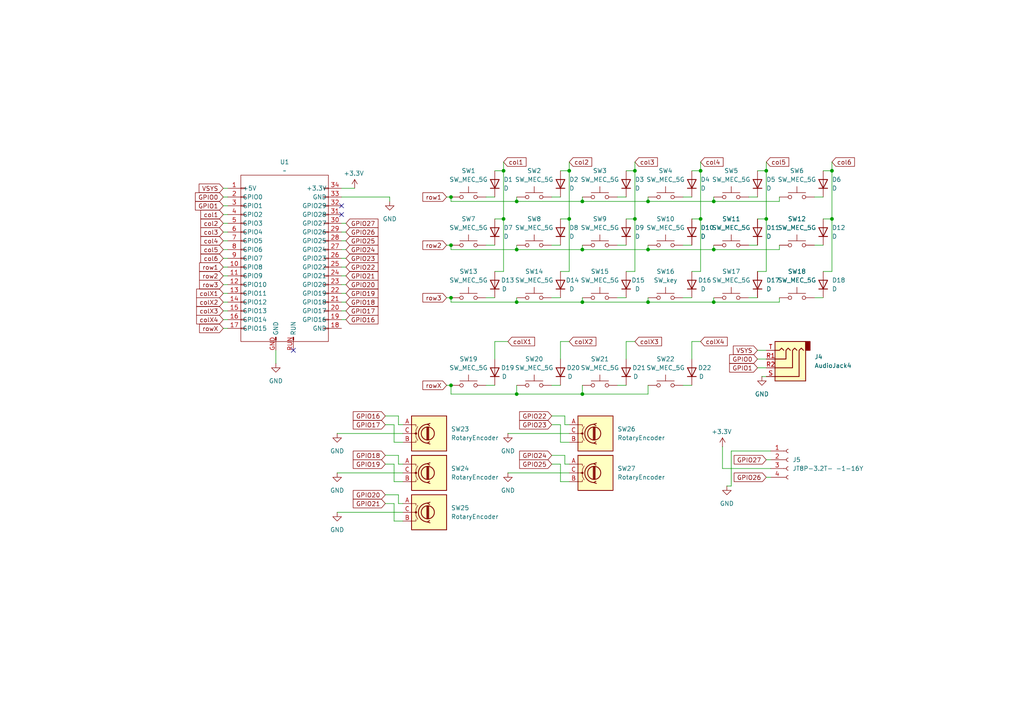
<source format=kicad_sch>
(kicad_sch (version 20250114) (generator "eeschema") (generator_version "9.0")
  (paper "A4")
  (title_block (title "Split Keyboard with RP2040 (Left)") (company "Watson9109") (comment 1 "Make sure R3 and R4 are close to RP2040") (comment 2 "Make sure C13 is close to pin 45 of RP2040") (comment 3 "uses 104048 in Akizuki as a Joystick "))
  (lib_symbols
    (symbol "ABLS-12.000MHZ-B4-T:AE-RP2040"
      (property "Reference" "U" (at 0 20.066 0))
      (symbol "AE-RP2040_1_1"
        (pin passive line (at -16.51 20.32 0) (length 3.81) (name "+5V") (number "1"))
        (pin passive line (at -16.51 17.78 0) (length 3.81) (name "GPIO0") (number "2"))
        (pin passive line (at -16.51 15.24 0) (length 3.81) (name "GPIO1") (number "3"))
        (pin passive line (at -16.51 12.7 0) (length 3.81) (name "GPIO2") (number "4"))
        (pin passive line (at -16.51 10.16 0) (length 3.81) (name "GPIO3") (number "5"))
        (pin passive line (at -16.51 7.62 0) (length 3.81) (name "GPIO4") (number "6"))
        (pin passive line (at -16.51 5.08 0) (length 3.81) (name "GPIO5") (number "7"))
        (pin passive line (at -16.51 2.54 0) (length 3.81) (name "GPIO6") (number "8"))
        (pin passive line (at -16.51 0 0) (length 3.81) (name "GPIO7") (number "9"))
        (pin passive line (at -16.51 -2.54 0) (length 3.81) (name "GPIO8") (number "10"))
        (pin passive line (at -16.51 -5.08 0) (length 3.81) (name "GPIO9") (number "11"))
        (pin passive line (at -16.51 -7.62 0) (length 3.81) (name "GPIO10") (number "12"))
        (pin passive line (at -16.51 -10.16 0) (length 3.81) (name "GPIO11") (number "13"))
        (pin passive line (at -16.51 -12.7 0) (length 3.81) (name "GPIO12") (number "14"))
        (pin passive line (at -16.51 -15.24 0) (length 3.81) (name "GPIO13") (number "15"))
        (pin passive line (at -16.51 -17.78 0) (length 3.81) (name "GPIO14") (number "16"))
        (pin passive line (at -16.51 -20.32 0) (length 3.81) (name "GPIO15") (number "17"))
        (pin passive line (at -2.54 -26.67 90) (length 3.81) (name "GND") (number "GND"))
        (pin passive line (at 2.54 -26.67 90) (length 3.81) (name "RUN") (number "RUN"))
        (pin passive line (at 16.51 20.32 180) (length 3.81) (name "+3.3V") (number "34"))
        (pin passive line (at 16.51 17.78 180) (length 3.81) (name "GND") (number "33"))
        (pin passive line (at 16.51 15.24 180) (length 3.81) (name "GPIO29") (number "32"))
        (pin passive line (at 16.51 12.7 180) (length 3.81) (name "GPIO28") (number "31"))
        (pin passive line (at 16.51 10.16 180) (length 3.81) (name "GPIO27") (number "30"))
        (pin passive line (at 16.51 7.62 180) (length 3.81) (name "GPIO26") (number "29"))
        (pin passive line (at 16.51 5.08 180) (length 3.81) (name "GPIO25") (number "28"))
        (pin passive line (at 16.51 2.54 180) (length 3.81) (name "GPIO24") (number "27"))
        (pin passive line (at 16.51 0 180) (length 3.81) (name "GPIO23") (number "26"))
        (pin passive line (at 16.51 -2.54 180) (length 3.81) (name "GPIO22") (number "25"))
        (pin passive line (at 16.51 -5.08 180) (length 3.81) (name "GPIO21") (number "24"))
        (pin passive line (at 16.51 -7.62 180) (length 3.81) (name "GPIO20") (number "23"))
        (pin passive line (at 16.51 -10.16 180) (length 3.81) (name "GPIO19") (number "22"))
        (pin passive line (at 16.51 -12.7 180) (length 3.81) (name "GPIO18") (number "21"))
        (pin passive line (at 16.51 -15.24 180) (length 3.81) (name "GPIO17") (number "20"))
        (pin passive line (at 16.51 -17.78 180) (length 3.81) (name "GPIO16") (number "19"))
        (pin passive line (at 16.51 -20.32 180) (length 3.81) (name "GND") (number "18"))
      )
    )
    (symbol "Connector:Conn_01x04_Socket" (pin_names (offset 1.016) (hide yes))
      (property "Reference" "J" (at 0 5.08 0))
      (property "Value" "Conn_01x04_Socket" (at 0 -7.62 0))
      (symbol "Conn_01x04_Socket_1_1"
        (pin passive line (at -5.08 2.54 0) (length 3.81) (name "Pin_1") (number "1"))
        (pin passive line (at -5.08 0 0) (length 3.81) (name "Pin_2") (number "2"))
        (pin passive line (at -5.08 -2.54 0) (length 3.81) (name "Pin_3") (number "3"))
        (pin passive line (at -5.08 -5.08 0) (length 3.81) (name "Pin_4") (number "4"))
      )
    )
    (symbol "Connector_Audio:AudioJack4"
      (property "Reference" "J" (at 0 8.89 0))
      (property "Value" "AudioJack4" (at 0 6.35 0))
      (symbol "AudioJack4_1_1"
        (pin passive line (at 5.08 2.54 180) (length 2.54) (name "~") (number "S"))
        (pin passive line (at 5.08 0 180) (length 2.54) (name "~") (number "R2"))
        (pin passive line (at 5.08 -2.54 180) (length 2.54) (name "~") (number "R1"))
        (pin passive line (at 5.08 -5.08 180) (length 2.54) (name "~") (number "T"))
      )
    )
    (symbol "Device:D" (pin_numbers (hide yes)) (pin_names (offset 1.016) (hide yes))
      (property "Reference" "D" (at 0 2.54 0))
      (property "Value" "D" (at 0 -2.54 0))
      (symbol "D_1_1"
        (pin passive line (at -3.81 0 0) (length 2.54) (name "K") (number "1"))
        (pin passive line (at 3.81 0 180) (length 2.54) (name "A") (number "2"))
      )
    )
    (symbol "Device:RotaryEncoder" (pin_names (offset 0.254) (hide yes))
      (property "Reference" "SW" (at 0 6.604 0))
      (property "Value" "RotaryEncoder" (at 0 -6.604 0))
      (symbol "RotaryEncoder_1_1"
        (pin passive line (at -7.62 2.54 0) (length 2.54) (name "A") (number "A"))
        (pin passive line (at -7.62 0 0) (length 2.54) (name "C") (number "C"))
        (pin passive line (at -7.62 -2.54 0) (length 2.54) (name "B") (number "B"))
      )
    )
    (symbol "SW_MEC_5G_1" (pin_numbers (hide yes)) (pin_names (offset 1.016) (hide yes))
      (property "Reference" "SW16" (at 0 7.62 0))
      (property "Value" "SW_MEC_5G" (at 0 5.08 0))
      (symbol "SW_MEC_5G_1_0_1"
        (pin passive line (at -5.08 0 0) (length 2.54) (name "A") (number "1"))
        (pin passive line (at 5.08 0 180) (length 2.54) (name "B") (number "2"))
      )
    )
    (symbol "power:+3.3V" (power) (pin_numbers (hide yes)) (pin_names (offset 0) (hide yes))
      (property "Value" "+3.3V" (at 0 3.556 0))
      (symbol "+3.3V_1_1"
        (pin power_in line (at 0 0 90) (length 0) (name "~") (number "1"))
      )
    )
    (symbol "power:GND" (power) (pin_numbers (hide yes)) (pin_names (offset 0) (hide yes))
      (property "Value" "GND" (at 0 -3.81 0))
      (symbol "GND_1_1"
        (pin power_in line (at 0 0 270) (length 0) (name "~") (number "1"))
      )
    )
    (symbol "sw_key:SW_MEC_5G_1" (pin_numbers (hide yes)) (pin_names (offset 1.016) (hide yes))
      (property "Reference" "SW16" (at 0 7.62 0))
      (property "Value" "SW_key" (at 0 5.08 0))
      (symbol "SW_MEC_5G_1_0_1"
        (pin passive line (at -5.08 0 0) (length 2.54) (name "A") (number "1"))
        (pin passive line (at 5.08 0 180) (length 2.54) (name "B") (number "2"))
      )
    )
  )
  (junction (at 149.86 114.3))
  (junction (at 184.15 49.53))
  (junction (at 184.15 63.5))
  (junction (at 222.25 49.53))
  (junction (at 146.05 63.5))
  (junction (at 241.3 49.53))
  (junction (at 168.91 72.39))
  (junction (at 149.86 58.42))
  (junction (at 130.81 57.15))
  (junction (at 130.81 86.36))
  (junction (at 168.91 58.42))
  (junction (at 222.25 63.5))
  (junction (at 168.91 114.3))
  (junction (at 187.96 87.63))
  (junction (at 241.3 63.5))
  (junction (at 207.01 72.39))
  (junction (at 203.2 63.5))
  (junction (at 168.91 87.63))
  (junction (at 187.96 72.39))
  (junction (at 149.86 87.63))
  (junction (at 187.96 58.42))
  (junction (at 203.2 49.53))
  (junction (at 207.01 87.63))
  (junction (at 165.1 49.53))
  (junction (at 130.81 71.12))
  (junction (at 146.05 49.53))
  (junction (at 130.81 111.76))
  (junction (at 207.01 58.42))
  (junction (at 165.1 63.5))
  (junction (at 149.86 72.39))
  (no_connect (at 99.06 59.69))
  (no_connect (at 99.06 62.23))
  (no_connect (at 85.09 101.6))
  (wire (pts (xy 140.97 111.76) (xy 143.51 111.76)))
  (wire (pts (xy 187.96 58.42) (xy 187.96 57.15)))
  (wire (pts (xy 184.15 46.99) (xy 184.15 49.53)))
  (wire (pts (xy 212.09 130.81) (xy 212.09 140.97)))
  (wire (pts (xy 198.12 86.36) (xy 200.66 86.36)))
  (wire (pts (xy 114.3 151.13) (xy 116.84 151.13)))
  (wire (pts (xy 64.77 95.25) (xy 66.04 95.25)))
  (wire (pts (xy 187.96 71.12) (xy 187.96 72.39)))
  (wire (pts (xy 238.76 78.74) (xy 241.3 78.74)))
  (wire (pts (xy 149.86 72.39) (xy 168.91 72.39)))
  (wire (pts (xy 114.3 146.05) (xy 114.3 151.13)))
  (wire (pts (xy 146.05 49.53) (xy 146.05 63.5)))
  (wire (pts (xy 165.1 78.74) (xy 165.1 63.5)))
  (wire (pts (xy 168.91 114.3) (xy 149.86 114.3)))
  (wire (pts (xy 115.57 146.05) (xy 115.57 143.51)))
  (wire (pts (xy 129.54 57.15) (xy 130.81 57.15)))
  (wire (pts (xy 217.17 71.12) (xy 219.71 71.12)))
  (wire (pts (xy 160.02 134.62) (xy 162.56 134.62)))
  (wire (pts (xy 162.56 134.62) (xy 162.56 139.7)))
  (wire (pts (xy 241.3 49.53) (xy 238.76 49.53)))
  (wire (pts (xy 99.06 64.77) (xy 100.33 64.77)))
  (wire (pts (xy 203.2 78.74) (xy 203.2 63.5)))
  (wire (pts (xy 97.79 125.73) (xy 116.84 125.73)))
  (wire (pts (xy 149.86 86.36) (xy 149.86 87.63)))
  (wire (pts (xy 179.07 86.36) (xy 181.61 86.36)))
  (wire (pts (xy 187.96 87.63) (xy 187.96 86.36)))
  (wire (pts (xy 64.77 62.23) (xy 66.04 62.23)))
  (wire (pts (xy 115.57 134.62) (xy 115.57 132.08)))
  (wire (pts (xy 163.83 134.62) (xy 163.83 132.08)))
  (wire (pts (xy 222.25 49.53) (xy 219.71 49.53)))
  (wire (pts (xy 163.83 120.65) (xy 160.02 120.65)))
  (wire (pts (xy 64.77 92.71) (xy 66.04 92.71)))
  (wire (pts (xy 111.76 134.62) (xy 114.3 134.62)))
  (wire (pts (xy 223.52 130.81) (xy 212.09 130.81)))
  (wire (pts (xy 130.81 58.42) (xy 149.86 58.42)))
  (wire (pts (xy 217.17 57.15) (xy 219.71 57.15)))
  (wire (pts (xy 236.22 71.12) (xy 238.76 71.12)))
  (wire (pts (xy 149.86 114.3) (xy 130.81 114.3)))
  (wire (pts (xy 207.01 58.42) (xy 207.01 57.15)))
  (wire (pts (xy 160.02 57.15) (xy 162.56 57.15)))
  (wire (pts (xy 163.83 123.19) (xy 163.83 120.65)))
  (wire (pts (xy 149.86 71.12) (xy 149.86 72.39)))
  (wire (pts (xy 149.86 57.15) (xy 149.86 58.42)))
  (wire (pts (xy 115.57 132.08) (xy 111.76 132.08)))
  (wire (pts (xy 187.96 114.3) (xy 168.91 114.3)))
  (wire (pts (xy 219.71 101.6) (xy 222.25 101.6)))
  (wire (pts (xy 219.71 78.74) (xy 222.25 78.74)))
  (wire (pts (xy 162.56 99.06) (xy 165.1 99.06)))
  (wire (pts (xy 184.15 78.74) (xy 181.61 78.74)))
  (wire (pts (xy 187.96 58.42) (xy 207.01 58.42)))
  (wire (pts (xy 226.06 86.36) (xy 226.06 87.63)))
  (wire (pts (xy 181.61 104.14) (xy 181.61 99.06)))
  (wire (pts (xy 165.1 134.62) (xy 163.83 134.62)))
  (wire (pts (xy 99.06 72.39) (xy 100.33 72.39)))
  (wire (pts (xy 165.1 49.53) (xy 162.56 49.53)))
  (wire (pts (xy 203.2 49.53) (xy 200.66 49.53)))
  (wire (pts (xy 162.56 63.5) (xy 165.1 63.5)))
  (wire (pts (xy 179.07 71.12) (xy 181.61 71.12)))
  (wire (pts (xy 64.77 64.77) (xy 66.04 64.77)))
  (wire (pts (xy 168.91 86.36) (xy 168.91 87.63)))
  (wire (pts (xy 129.54 111.76) (xy 130.81 111.76)))
  (wire (pts (xy 99.06 87.63) (xy 100.33 87.63)))
  (wire (pts (xy 198.12 71.12) (xy 200.66 71.12)))
  (wire (pts (xy 200.66 104.14) (xy 200.66 99.06)))
  (wire (pts (xy 162.56 123.19) (xy 162.56 128.27)))
  (wire (pts (xy 165.1 46.99) (xy 165.1 49.53)))
  (wire (pts (xy 160.02 86.36) (xy 162.56 86.36)))
  (wire (pts (xy 99.06 77.47) (xy 100.33 77.47)))
  (wire (pts (xy 130.81 114.3) (xy 130.81 111.76)))
  (wire (pts (xy 97.79 137.16) (xy 116.84 137.16)))
  (wire (pts (xy 219.71 106.68) (xy 222.25 106.68)))
  (wire (pts (xy 99.06 90.17) (xy 100.33 90.17)))
  (wire (pts (xy 114.3 134.62) (xy 114.3 139.7)))
  (wire (pts (xy 99.06 82.55) (xy 100.33 82.55)))
  (wire (pts (xy 143.51 49.53) (xy 146.05 49.53)))
  (wire (pts (xy 168.91 57.15) (xy 168.91 58.42)))
  (wire (pts (xy 187.96 111.76) (xy 187.96 114.3)))
  (wire (pts (xy 64.77 85.09) (xy 66.04 85.09)))
  (wire (pts (xy 147.32 99.06) (xy 143.51 99.06)))
  (wire (pts (xy 64.77 69.85) (xy 66.04 69.85)))
  (wire (pts (xy 143.51 63.5) (xy 146.05 63.5)))
  (wire (pts (xy 222.25 133.35) (xy 223.52 133.35)))
  (wire (pts (xy 64.77 77.47) (xy 66.04 77.47)))
  (wire (pts (xy 116.84 123.19) (xy 115.57 123.19)))
  (wire (pts (xy 143.51 99.06) (xy 143.51 104.14)))
  (wire (pts (xy 149.86 111.76) (xy 149.86 114.3)))
  (wire (pts (xy 64.77 57.15) (xy 66.04 57.15)))
  (wire (pts (xy 219.71 104.14) (xy 222.25 104.14)))
  (wire (pts (xy 115.57 143.51) (xy 111.76 143.51)))
  (wire (pts (xy 64.77 54.61) (xy 66.04 54.61)))
  (wire (pts (xy 129.54 71.12) (xy 130.81 71.12)))
  (wire (pts (xy 212.09 140.97) (xy 210.82 140.97)))
  (wire (pts (xy 99.06 74.93) (xy 100.33 74.93)))
  (wire (pts (xy 200.66 99.06) (xy 203.2 99.06)))
  (wire (pts (xy 99.06 69.85) (xy 100.33 69.85)))
  (wire (pts (xy 226.06 72.39) (xy 207.01 72.39)))
  (wire (pts (xy 241.3 63.5) (xy 241.3 49.53)))
  (wire (pts (xy 222.25 138.43) (xy 223.52 138.43)))
  (wire (pts (xy 168.91 71.12) (xy 168.91 72.39)))
  (wire (pts (xy 114.3 128.27) (xy 116.84 128.27)))
  (wire (pts (xy 99.06 54.61) (xy 102.87 54.61)))
  (wire (pts (xy 130.81 87.63) (xy 149.86 87.63)))
  (wire (pts (xy 163.83 132.08) (xy 160.02 132.08)))
  (wire (pts (xy 241.3 46.99) (xy 241.3 49.53)))
  (wire (pts (xy 64.77 82.55) (xy 66.04 82.55)))
  (wire (pts (xy 80.01 101.6) (xy 80.01 105.41)))
  (wire (pts (xy 111.76 146.05) (xy 114.3 146.05)))
  (wire (pts (xy 99.06 92.71) (xy 100.33 92.71)))
  (wire (pts (xy 198.12 57.15) (xy 200.66 57.15)))
  (wire (pts (xy 114.3 139.7) (xy 116.84 139.7)))
  (wire (pts (xy 184.15 49.53) (xy 184.15 63.5)))
  (wire (pts (xy 226.06 87.63) (xy 207.01 87.63)))
  (wire (pts (xy 207.01 58.42) (xy 226.06 58.42)))
  (wire (pts (xy 203.2 46.99) (xy 203.2 49.53)))
  (wire (pts (xy 99.06 80.01) (xy 100.33 80.01)))
  (wire (pts (xy 64.77 74.93) (xy 66.04 74.93)))
  (wire (pts (xy 140.97 86.36) (xy 143.51 86.36)))
  (wire (pts (xy 207.01 71.12) (xy 207.01 72.39)))
  (wire (pts (xy 130.81 72.39) (xy 130.81 71.12)))
  (wire (pts (xy 187.96 72.39) (xy 207.01 72.39)))
  (wire (pts (xy 200.66 63.5) (xy 203.2 63.5)))
  (wire (pts (xy 160.02 71.12) (xy 162.56 71.12)))
  (wire (pts (xy 217.17 86.36) (xy 219.71 86.36)))
  (wire (pts (xy 64.77 87.63) (xy 66.04 87.63)))
  (wire (pts (xy 162.56 78.74) (xy 165.1 78.74)))
  (wire (pts (xy 140.97 71.12) (xy 143.51 71.12)))
  (wire (pts (xy 184.15 63.5) (xy 184.15 78.74)))
  (wire (pts (xy 129.54 86.36) (xy 130.81 86.36)))
  (wire (pts (xy 241.3 78.74) (xy 241.3 63.5)))
  (wire (pts (xy 114.3 123.19) (xy 114.3 128.27)))
  (wire (pts (xy 130.81 57.15) (xy 130.81 58.42)))
  (wire (pts (xy 115.57 120.65) (xy 111.76 120.65)))
  (wire (pts (xy 200.66 78.74) (xy 203.2 78.74)))
  (wire (pts (xy 222.25 63.5) (xy 222.25 49.53)))
  (wire (pts (xy 207.01 87.63) (xy 207.01 86.36)))
  (wire (pts (xy 64.77 67.31) (xy 66.04 67.31)))
  (wire (pts (xy 181.61 63.5) (xy 184.15 63.5)))
  (wire (pts (xy 160.02 123.19) (xy 162.56 123.19)))
  (wire (pts (xy 64.77 80.01) (xy 66.04 80.01)))
  (wire (pts (xy 160.02 111.76) (xy 162.56 111.76)))
  (wire (pts (xy 113.03 57.15) (xy 113.03 58.42)))
  (wire (pts (xy 116.84 134.62) (xy 115.57 134.62)))
  (wire (pts (xy 116.84 146.05) (xy 115.57 146.05)))
  (wire (pts (xy 97.79 148.59) (xy 116.84 148.59)))
  (wire (pts (xy 179.07 111.76) (xy 181.61 111.76)))
  (wire (pts (xy 168.91 72.39) (xy 187.96 72.39)))
  (wire (pts (xy 179.07 57.15) (xy 181.61 57.15)))
  (wire (pts (xy 226.06 71.12) (xy 226.06 72.39)))
  (wire (pts (xy 222.25 78.74) (xy 222.25 63.5)))
  (wire (pts (xy 149.86 58.42) (xy 168.91 58.42)))
  (wire (pts (xy 220.98 109.22) (xy 222.25 109.22)))
  (wire (pts (xy 99.06 85.09) (xy 100.33 85.09)))
  (wire (pts (xy 162.56 128.27) (xy 165.1 128.27)))
  (wire (pts (xy 162.56 104.14) (xy 162.56 99.06)))
  (wire (pts (xy 64.77 90.17) (xy 66.04 90.17)))
  (wire (pts (xy 111.76 123.19) (xy 114.3 123.19)))
  (wire (pts (xy 168.91 87.63) (xy 187.96 87.63)))
  (wire (pts (xy 226.06 57.15) (xy 226.06 58.42)))
  (wire (pts (xy 209.55 129.54) (xy 209.55 135.89)))
  (wire (pts (xy 165.1 123.19) (xy 163.83 123.19)))
  (wire (pts (xy 115.57 123.19) (xy 115.57 120.65)))
  (wire (pts (xy 149.86 72.39) (xy 130.81 72.39)))
  (wire (pts (xy 181.61 49.53) (xy 184.15 49.53)))
  (wire (pts (xy 64.77 72.39) (xy 66.04 72.39)))
  (wire (pts (xy 219.71 63.5) (xy 222.25 63.5)))
  (wire (pts (xy 146.05 78.74) (xy 146.05 63.5)))
  (wire (pts (xy 209.55 135.89) (xy 223.52 135.89)))
  (wire (pts (xy 236.22 86.36) (xy 238.76 86.36)))
  (wire (pts (xy 198.12 111.76) (xy 200.66 111.76)))
  (wire (pts (xy 99.06 57.15) (xy 113.03 57.15)))
  (wire (pts (xy 146.05 46.99) (xy 146.05 49.53)))
  (wire (pts (xy 187.96 87.63) (xy 207.01 87.63)))
  (wire (pts (xy 168.91 58.42) (xy 187.96 58.42)))
  (wire (pts (xy 147.32 137.16) (xy 165.1 137.16)))
  (wire (pts (xy 149.86 87.63) (xy 168.91 87.63)))
  (wire (pts (xy 168.91 111.76) (xy 168.91 114.3)))
  (wire (pts (xy 130.81 86.36) (xy 130.81 87.63)))
  (wire (pts (xy 147.32 125.73) (xy 165.1 125.73)))
  (wire (pts (xy 238.76 63.5) (xy 241.3 63.5)))
  (wire (pts (xy 143.51 78.74) (xy 146.05 78.74)))
  (wire (pts (xy 64.77 59.69) (xy 66.04 59.69)))
  (wire (pts (xy 181.61 99.06) (xy 184.15 99.06)))
  (wire (pts (xy 236.22 57.15) (xy 238.76 57.15)))
  (wire (pts (xy 165.1 63.5) (xy 165.1 49.53)))
  (wire (pts (xy 99.06 67.31) (xy 100.33 67.31)))
  (wire (pts (xy 162.56 139.7) (xy 165.1 139.7)))
  (wire (pts (xy 140.97 57.15) (xy 143.51 57.15)))
  (wire (pts (xy 203.2 63.5) (xy 203.2 49.53)))
  (wire (pts (xy 222.25 46.99) (xy 222.25 49.53)))
  (global_label "GPIO16" (shape input) (at 100.33 92.71 0) (property "Intersheetrefs" "${INTERSHEET_REFS}" (effects (hide yes))))
  (global_label "GPIO21" (shape input) (at 100.33 80.01 0) (property "Intersheetrefs" "${INTERSHEET_REFS}" (effects (hide yes))))
  (global_label "row1" (shape input) (at 64.77 77.47 180) (property "Intersheetrefs" "${INTERSHEET_REFS}" (effects (hide yes))))
  (global_label "GPIO20" (shape input) (at 100.33 82.55 0) (property "Intersheetrefs" "${INTERSHEET_REFS}" (effects (hide yes))))
  (global_label "row1" (shape input) (at 129.54 57.15 180) (property "Intersheetrefs" "${INTERSHEET_REFS}" (effects (hide yes))))
  (global_label "colX3" (shape input) (at 184.15 99.06 0) (property "Intersheetrefs" "${INTERSHEET_REFS}" (effects (hide yes))))
  (global_label "colX2" (shape input) (at 64.77 87.63 180) (property "Intersheetrefs" "${INTERSHEET_REFS}" (effects (hide yes))))
  (global_label "GPIO0" (shape input) (at 64.77 57.15 180) (property "Intersheetrefs" "${INTERSHEET_REFS}" (effects (hide yes))))
  (global_label "col4" (shape input) (at 64.77 69.85 180) (property "Intersheetrefs" "${INTERSHEET_REFS}" (effects (hide yes))))
  (global_label "col1" (shape input) (at 146.05 46.99 0) (property "Intersheetrefs" "${INTERSHEET_REFS}" (effects (hide yes))))
  (global_label "GPIO26" (shape input) (at 222.25 138.43 180) (property "Intersheetrefs" "${INTERSHEET_REFS}" (effects (hide yes))))
  (global_label "VSYS" (shape input) (at 219.71 101.6 180) (property "Intersheetrefs" "${INTERSHEET_REFS}" (effects (hide yes))))
  (global_label "GPIO23" (shape input) (at 160.02 123.19 180) (property "Intersheetrefs" "${INTERSHEET_REFS}" (effects (hide yes))))
  (global_label "colX1" (shape input) (at 147.32 99.06 0) (property "Intersheetrefs" "${INTERSHEET_REFS}" (effects (hide yes))))
  (global_label "col2" (shape input) (at 165.1 46.99 0) (property "Intersheetrefs" "${INTERSHEET_REFS}" (effects (hide yes))))
  (global_label "GPIO27" (shape input) (at 100.33 64.77 0) (property "Intersheetrefs" "${INTERSHEET_REFS}" (effects (hide yes))))
  (global_label "GPIO18" (shape input) (at 100.33 87.63 0) (property "Intersheetrefs" "${INTERSHEET_REFS}" (effects (hide yes))))
  (global_label "col3" (shape input) (at 64.77 67.31 180) (property "Intersheetrefs" "${INTERSHEET_REFS}" (effects (hide yes))))
  (global_label "GPIO24" (shape input) (at 100.33 72.39 0) (property "Intersheetrefs" "${INTERSHEET_REFS}" (effects (hide yes))))
  (global_label "col5" (shape input) (at 222.25 46.99 0) (property "Intersheetrefs" "${INTERSHEET_REFS}" (effects (hide yes))))
  (global_label "GPIO17" (shape input) (at 111.76 123.19 180) (property "Intersheetrefs" "${INTERSHEET_REFS}" (effects (hide yes))))
  (global_label "GPIO25" (shape input) (at 100.33 69.85 0) (property "Intersheetrefs" "${INTERSHEET_REFS}" (effects (hide yes))))
  (global_label "GPIO0" (shape input) (at 219.71 104.14 180) (property "Intersheetrefs" "${INTERSHEET_REFS}" (effects (hide yes))))
  (global_label "GPIO17" (shape input) (at 100.33 90.17 0) (property "Intersheetrefs" "${INTERSHEET_REFS}" (effects (hide yes))))
  (global_label "GPIO22" (shape input) (at 160.02 120.65 180) (property "Intersheetrefs" "${INTERSHEET_REFS}" (effects (hide yes))))
  (global_label "rowX" (shape input) (at 129.54 111.76 180) (property "Intersheetrefs" "${INTERSHEET_REFS}" (effects (hide yes))))
  (global_label "GPIO26" (shape input) (at 100.33 67.31 0) (property "Intersheetrefs" "${INTERSHEET_REFS}" (effects (hide yes))))
  (global_label "GPIO19" (shape input) (at 111.76 134.62 180) (property "Intersheetrefs" "${INTERSHEET_REFS}" (effects (hide yes))))
  (global_label "GPIO25" (shape input) (at 160.02 134.62 180) (property "Intersheetrefs" "${INTERSHEET_REFS}" (effects (hide yes))))
  (global_label "row2" (shape input) (at 129.54 71.12 180) (property "Intersheetrefs" "${INTERSHEET_REFS}" (effects (hide yes))))
  (global_label "col6" (shape input) (at 241.3 46.99 0) (property "Intersheetrefs" "${INTERSHEET_REFS}" (effects (hide yes))))
  (global_label "colX4" (shape input) (at 64.77 92.71 180) (property "Intersheetrefs" "${INTERSHEET_REFS}" (effects (hide yes))))
  (global_label "GPIO20" (shape input) (at 111.76 143.51 180) (property "Intersheetrefs" "${INTERSHEET_REFS}" (effects (hide yes))))
  (global_label "VSYS" (shape input) (at 64.77 54.61 180) (property "Intersheetrefs" "${INTERSHEET_REFS}" (effects (hide yes))))
  (global_label "col4" (shape input) (at 203.2 46.99 0) (property "Intersheetrefs" "${INTERSHEET_REFS}" (effects (hide yes))))
  (global_label "col2" (shape input) (at 64.77 64.77 180) (property "Intersheetrefs" "${INTERSHEET_REFS}" (effects (hide yes))))
  (global_label "colX2" (shape input) (at 165.1 99.06 0) (property "Intersheetrefs" "${INTERSHEET_REFS}" (effects (hide yes))))
  (global_label "col3" (shape input) (at 184.15 46.99 0) (property "Intersheetrefs" "${INTERSHEET_REFS}" (effects (hide yes))))
  (global_label "GPIO1" (shape input) (at 64.77 59.69 180) (property "Intersheetrefs" "${INTERSHEET_REFS}" (effects (hide yes))))
  (global_label "col5" (shape input) (at 64.77 72.39 180) (property "Intersheetrefs" "${INTERSHEET_REFS}" (effects (hide yes))))
  (global_label "colX4" (shape input) (at 203.2 99.06 0) (property "Intersheetrefs" "${INTERSHEET_REFS}" (effects (hide yes))))
  (global_label "col6" (shape input) (at 64.77 74.93 180) (property "Intersheetrefs" "${INTERSHEET_REFS}" (effects (hide yes))))
  (global_label "row3" (shape input) (at 129.54 86.36 180) (property "Intersheetrefs" "${INTERSHEET_REFS}" (effects (hide yes))))
  (global_label "GPIO18" (shape input) (at 111.76 132.08 180) (property "Intersheetrefs" "${INTERSHEET_REFS}" (effects (hide yes))))
  (global_label "row2" (shape input) (at 64.77 80.01 180) (property "Intersheetrefs" "${INTERSHEET_REFS}" (effects (hide yes))))
  (global_label "colX1" (shape input) (at 64.77 85.09 180) (property "Intersheetrefs" "${INTERSHEET_REFS}" (effects (hide yes))))
  (global_label "GPIO27" (shape input) (at 222.25 133.35 180) (property "Intersheetrefs" "${INTERSHEET_REFS}" (effects (hide yes))))
  (global_label "colX3" (shape input) (at 64.77 90.17 180) (property "Intersheetrefs" "${INTERSHEET_REFS}" (effects (hide yes))))
  (global_label "GPIO16" (shape input) (at 111.76 120.65 180) (property "Intersheetrefs" "${INTERSHEET_REFS}" (effects (hide yes))))
  (global_label "rowX" (shape input) (at 64.77 95.25 180) (property "Intersheetrefs" "${INTERSHEET_REFS}" (effects (hide yes))))
  (global_label "GPIO23" (shape input) (at 100.33 74.93 0) (property "Intersheetrefs" "${INTERSHEET_REFS}" (effects (hide yes))))
  (global_label "GPIO19" (shape input) (at 100.33 85.09 0) (property "Intersheetrefs" "${INTERSHEET_REFS}" (effects (hide yes))))
  (global_label "GPIO22" (shape input) (at 100.33 77.47 0) (property "Intersheetrefs" "${INTERSHEET_REFS}" (effects (hide yes))))
  (global_label "col1" (shape input) (at 64.77 62.23 180) (property "Intersheetrefs" "${INTERSHEET_REFS}" (effects (hide yes))))
  (global_label "GPIO1" (shape input) (at 219.71 106.68 180) (property "Intersheetrefs" "${INTERSHEET_REFS}" (effects (hide yes))))
  (global_label "GPIO24" (shape input) (at 160.02 132.08 180) (property "Intersheetrefs" "${INTERSHEET_REFS}" (effects (hide yes))))
  (global_label "GPIO21" (shape input) (at 111.76 146.05 180) (property "Intersheetrefs" "${INTERSHEET_REFS}" (effects (hide yes))))
  (global_label "row3" (shape input) (at 64.77 82.55 180) (property "Intersheetrefs" "${INTERSHEET_REFS}" (effects (hide yes))))
  (symbol (lib_id "Device:D") (at 200.66 67.31 90) (unit 1)
    (property "Reference" "D10" (at 203.2 66.0399 90) (effects (justify right)))
    (property "Value" "D" (at 203.2 68.5799 90) (effects (justify right)))
    (property "Footprint" "Diode_THT:D_DO-35_SOD27_P7.62mm_Horizontal" (effects (hide yes)))
    (property "Description" "Diode" (effects (hide yes)))
    (property "Sim.Device" "D" (effects (hide yes)))
    (property "Sim.Pins" "1=K 2=A" (effects (hide yes)))
  )
  (symbol (lib_id "Connector_Audio:AudioJack4") (at 227.33 106.68 180) (unit 1)
    (property "Reference" "J4" (at 236.22 103.5049 0) (effects (justify right)))
    (property "Value" "AudioJack4" (at 236.22 106.0449 0) (effects (justify right)))
    (property "Footprint" "footprint:MJ-4PP-9" (effects (hide yes)))
    (property "Description" "Audio Jack, 4 Poles (TRRS)" (effects (hide yes)))
  )
  (symbol (lib_id "Device:D") (at 200.66 107.95 90) (unit 1)
    (property "Reference" "D22" (at 202.438 106.68 90) (effects (justify right)))
    (property "Value" "D" (at 202.692 109.22 90) (effects (justify right)))
    (property "Footprint" "Diode_THT:D_DO-35_SOD27_P7.62mm_Horizontal" (effects (hide yes)))
    (property "Description" "Diode" (effects (hide yes)))
    (property "Sim.Device" "D" (effects (hide yes)))
    (property "Sim.Pins" "1=K 2=A" (effects (hide yes)))
  )
  (symbol (lib_id "power:GND") (at 210.82 140.97 0) (unit 1)
    (property "Reference" "#PWR025" (effects (hide yes)))
    (property "Value" "GND" (at 210.82 146.05 0))
    (property "Description" "Power symbol creates a global label with name \"GND\" , ground" (effects (hide yes)))
  )
  (symbol (lib_id "Device:RotaryEncoder") (at 124.46 137.16 0) (unit 1)
    (property "Reference" "SW24" (at 130.81 135.8899 0) (effects (justify left)))
    (property "Value" "RotaryEncoder" (at 130.81 138.4299 0) (effects (justify left)))
    (property "Footprint" "Rotary_Encoder:RotaryEncoder_Alps_EC12E_Vertical_H20mm_CircularMountingHoles" (effects (hide yes)))
    (property "Description" "Rotary encoder, dual channel, incremental quadrate outputs" (effects (hide yes)))
  )
  (symbol (lib_id "Device:D") (at 219.71 82.55 90) (unit 1)
    (property "Reference" "D17" (at 222.25 81.2799 90) (effects (justify right)))
    (property "Value" "D" (at 222.25 83.8199 90) (effects (justify right)))
    (property "Footprint" "Diode_THT:D_DO-35_SOD27_P7.62mm_Horizontal" (effects (hide yes)))
    (property "Description" "Diode" (effects (hide yes)))
    (property "Sim.Device" "D" (effects (hide yes)))
    (property "Sim.Pins" "1=K 2=A" (effects (hide yes)))
  )
  (symbol (lib_id "power:GND") (at 97.79 137.16 0) (unit 1)
    (property "Reference" "#PWR029" (effects (hide yes)))
    (property "Value" "GND" (at 97.79 142.24 0))
    (property "Description" "Power symbol creates a global label with name \"GND\" , ground" (effects (hide yes)))
  )
  (symbol (lib_id "sw_key:SW_MEC_5G_1") (at 231.14 71.12 0) (unit 1)
    (property "Reference" "SW12" (at 231.14 63.5 0))
    (property "Value" "SW_MEC_5G" (at 231.14 66.04 0))
    (property "Footprint" "Button_Switch_Keyboard:SW_Cherry_MX_1.00u_PCB" (effects (hide yes)))
    (property "Datasheet" "http://www.apem.com/int/index.php?controller=attachment&id_attachment=488" (effects (hide yes)))
    (property "Description" "MEC 5G single pole normally-open tactile switch" (effects (hide yes)))
  )
  (symbol (lib_id "sw_key:SW_MEC_5G_1") (at 135.89 111.76 0) (unit 1)
    (property "Reference" "SW19" (at 135.89 104.14 0))
    (property "Value" "SW_MEC_5G" (at 135.89 106.68 0))
    (property "Footprint" "Button_Switch_Keyboard:SW_Cherry_MX_1.00u_PCB" (effects (hide yes)))
    (property "Datasheet" "http://www.apem.com/int/index.php?controller=attachment&id_attachment=488" (effects (hide yes)))
    (property "Description" "MEC 5G single pole normally-open tactile switch" (effects (hide yes)))
  )
  (symbol (lib_id "power:+3.3V") (at 102.87 54.61 0) (unit 1)
    (property "Reference" "#PWR026" (effects (hide yes)))
    (property "Value" "+3.3V" (at 102.616 50.292 0))
    (property "Description" "Power symbol creates a global label with name \"+3.3V\"" (effects (hide yes)))
  )
  (symbol (lib_id "sw_key:SW_MEC_5G_1") (at 193.04 71.12 0) (unit 1)
    (property "Reference" "SW10" (at 193.04 63.5 0))
    (property "Value" "SW_MEC_5G" (at 193.04 66.04 0))
    (property "Footprint" "Button_Switch_Keyboard:SW_Cherry_MX_1.00u_PCB" (effects (hide yes)))
    (property "Datasheet" "http://www.apem.com/int/index.php?controller=attachment&id_attachment=488" (effects (hide yes)))
    (property "Description" "MEC 5G single pole normally-open tactile switch" (effects (hide yes)))
  )
  (symbol (lib_id "Device:RotaryEncoder") (at 124.46 125.73 0) (unit 1)
    (property "Reference" "SW23" (at 130.81 124.4599 0) (effects (justify left)))
    (property "Value" "RotaryEncoder" (at 130.81 126.9999 0) (effects (justify left)))
    (property "Footprint" "Rotary_Encoder:RotaryEncoder_Alps_EC12E_Vertical_H20mm_CircularMountingHoles" (effects (hide yes)))
    (property "Description" "Rotary encoder, dual channel, incremental quadrate outputs" (effects (hide yes)))
  )
  (symbol (lib_id "Device:D") (at 162.56 82.55 90) (unit 1)
    (property "Reference" "D14" (at 164.084 81.28 90) (effects (justify right)))
    (property "Value" "D" (at 165.1 83.8199 90) (effects (justify right)))
    (property "Footprint" "Diode_THT:D_DO-35_SOD27_P7.62mm_Horizontal" (effects (hide yes)))
    (property "Description" "Diode" (effects (hide yes)))
    (property "Sim.Device" "D" (effects (hide yes)))
    (property "Sim.Pins" "1=K 2=A" (effects (hide yes)))
  )
  (symbol (lib_id "Device:D") (at 219.71 53.34 90) (unit 1)
    (property "Reference" "D5" (at 222.25 52.0699 90) (effects (justify right)))
    (property "Value" "D" (at 222.25 54.6099 90) (effects (justify right)))
    (property "Footprint" "Diode_THT:D_DO-35_SOD27_P7.62mm_Horizontal" (effects (hide yes)))
    (property "Description" "Diode" (effects (hide yes)))
    (property "Sim.Device" "D" (effects (hide yes)))
    (property "Sim.Pins" "1=K 2=A" (effects (hide yes)))
  )
  (symbol (lib_id "sw_key:SW_MEC_5G_1") (at 173.99 57.15 0) (unit 1)
    (property "Reference" "SW3" (at 173.99 49.53 0))
    (property "Value" "SW_MEC_5G" (at 173.99 52.07 0))
    (property "Footprint" "Button_Switch_Keyboard:SW_Cherry_MX_1.00u_PCB" (effects (hide yes)))
    (property "Datasheet" "http://www.apem.com/int/index.php?controller=attachment&id_attachment=488" (effects (hide yes)))
    (property "Description" "MEC 5G single pole normally-open tactile switch" (effects (hide yes)))
  )
  (symbol (lib_id "power:GND") (at 113.03 58.42 0) (unit 1)
    (property "Reference" "#PWR033" (effects (hide yes)))
    (property "Value" "GND" (at 113.03 63.5 0))
    (property "Description" "Power symbol creates a global label with name \"GND\" , ground" (effects (hide yes)))
  )
  (symbol (lib_id "Device:D") (at 219.71 67.31 90) (unit 1)
    (property "Reference" "D11" (at 222.25 66.0399 90) (effects (justify right)))
    (property "Value" "D" (at 222.25 68.5799 90) (effects (justify right)))
    (property "Footprint" "Diode_THT:D_DO-35_SOD27_P7.62mm_Horizontal" (effects (hide yes)))
    (property "Description" "Diode" (effects (hide yes)))
    (property "Sim.Device" "D" (effects (hide yes)))
    (property "Sim.Pins" "1=K 2=A" (effects (hide yes)))
  )
  (symbol (lib_name "SW_MEC_5G_1") (lib_id "Switch:SW_MEC_5G") (at 193.04 86.36 0) (unit 1)
    (property "Reference" "SW16" (at 193.04 78.74 0))
    (property "Value" "SW_key" (at 193.04 81.28 0))
    (property "Footprint" "Button_Switch_Keyboard:SW_Cherry_MX_1.00u_PCB" (effects (hide yes)))
    (property "Datasheet" "http://www.apem.com/int/index.php?controller=attachment&id_attachment=488" (effects (hide yes)))
    (property "Description" "MEC 5G single pole normally-open tactile switch" (effects (hide yes)))
  )
  (symbol (lib_id "sw_key:SW_MEC_5G_1") (at 173.99 111.76 0) (unit 1)
    (property "Reference" "SW21" (at 173.99 104.14 0))
    (property "Value" "SW_MEC_5G" (at 173.99 106.68 0))
    (property "Footprint" "Button_Switch_Keyboard:SW_Cherry_MX_1.00u_PCB" (effects (hide yes)))
    (property "Datasheet" "http://www.apem.com/int/index.php?controller=attachment&id_attachment=488" (effects (hide yes)))
    (property "Description" "MEC 5G single pole normally-open tactile switch" (effects (hide yes)))
  )
  (symbol (lib_id "sw_key:SW_MEC_5G_1") (at 154.94 71.12 0) (unit 1)
    (property "Reference" "SW8" (at 154.94 63.5 0))
    (property "Value" "SW_MEC_5G" (at 154.94 66.04 0))
    (property "Footprint" "Button_Switch_Keyboard:SW_Cherry_MX_1.00u_PCB" (effects (hide yes)))
    (property "Datasheet" "http://www.apem.com/int/index.php?controller=attachment&id_attachment=488" (effects (hide yes)))
    (property "Description" "MEC 5G single pole normally-open tactile switch" (effects (hide yes)))
  )
  (symbol (lib_id "Device:D") (at 181.61 67.31 90) (unit 1)
    (property "Reference" "D9" (at 184.15 66.0399 90) (effects (justify right)))
    (property "Value" "D" (at 184.15 68.5799 90) (effects (justify right)))
    (property "Footprint" "Diode_THT:D_DO-35_SOD27_P7.62mm_Horizontal" (effects (hide yes)))
    (property "Description" "Diode" (effects (hide yes)))
    (property "Sim.Device" "D" (effects (hide yes)))
    (property "Sim.Pins" "1=K 2=A" (effects (hide yes)))
  )
  (symbol (lib_id "sw_key:SW_MEC_5G_1") (at 212.09 57.15 0) (unit 1)
    (property "Reference" "SW5" (at 212.09 49.53 0))
    (property "Value" "SW_MEC_5G" (at 212.09 52.07 0))
    (property "Footprint" "Button_Switch_Keyboard:SW_Cherry_MX_1.00u_PCB" (effects (hide yes)))
    (property "Datasheet" "http://www.apem.com/int/index.php?controller=attachment&id_attachment=488" (effects (hide yes)))
    (property "Description" "MEC 5G single pole normally-open tactile switch" (effects (hide yes)))
  )
  (symbol (lib_id "Device:D") (at 200.66 53.34 90) (unit 1)
    (property "Reference" "D4" (at 203.2 52.0699 90) (effects (justify right)))
    (property "Value" "D" (at 203.2 54.6099 90) (effects (justify right)))
    (property "Footprint" "Diode_THT:D_DO-35_SOD27_P7.62mm_Horizontal" (effects (hide yes)))
    (property "Description" "Diode" (effects (hide yes)))
    (property "Sim.Device" "D" (effects (hide yes)))
    (property "Sim.Pins" "1=K 2=A" (effects (hide yes)))
  )
  (symbol (lib_id "sw_key:SW_MEC_5G_1") (at 173.99 71.12 0) (unit 1)
    (property "Reference" "SW9" (at 173.99 63.5 0))
    (property "Value" "SW_MEC_5G" (at 173.99 66.04 0))
    (property "Footprint" "Button_Switch_Keyboard:SW_Cherry_MX_1.00u_PCB" (effects (hide yes)))
    (property "Datasheet" "http://www.apem.com/int/index.php?controller=attachment&id_attachment=488" (effects (hide yes)))
    (property "Description" "MEC 5G single pole normally-open tactile switch" (effects (hide yes)))
  )
  (symbol (lib_id "power:GND") (at 80.01 105.41 0) (unit 1)
    (property "Reference" "#PWR027" (effects (hide yes)))
    (property "Value" "GND" (at 80.01 110.49 0))
    (property "Description" "Power symbol creates a global label with name \"GND\" , ground" (effects (hide yes)))
  )
  (symbol (lib_id "sw_key:SW_MEC_5G_1") (at 135.89 86.36 0) (unit 1)
    (property "Reference" "SW13" (at 135.89 78.74 0))
    (property "Value" "SW_MEC_5G" (at 135.89 81.28 0))
    (property "Footprint" "Button_Switch_Keyboard:SW_Cherry_MX_1.00u_PCB" (effects (hide yes)))
    (property "Datasheet" "http://www.apem.com/int/index.php?controller=attachment&id_attachment=488" (effects (hide yes)))
    (property "Description" "MEC 5G single pole normally-open tactile switch" (effects (hide yes)))
  )
  (symbol (lib_id "sw_key:SW_MEC_5G_1") (at 231.14 57.15 0) (unit 1)
    (property "Reference" "SW6" (at 231.14 49.53 0))
    (property "Value" "SW_MEC_5G" (at 231.14 52.07 0))
    (property "Footprint" "Button_Switch_Keyboard:SW_Cherry_MX_1.00u_PCB" (effects (hide yes)))
    (property "Datasheet" "http://www.apem.com/int/index.php?controller=attachment&id_attachment=488" (effects (hide yes)))
    (property "Description" "MEC 5G single pole normally-open tactile switch" (effects (hide yes)))
  )
  (symbol (lib_id "Device:RotaryEncoder") (at 172.72 137.16 0) (unit 1)
    (property "Reference" "SW27" (at 179.07 135.8899 0) (effects (justify left)))
    (property "Value" "RotaryEncoder" (at 179.07 138.4299 0) (effects (justify left)))
    (property "Footprint" "Rotary_Encoder:RotaryEncoder_Alps_EC12E_Vertical_H20mm_CircularMountingHoles" (effects (hide yes)))
    (property "Description" "Rotary encoder, dual channel, incremental quadrate outputs" (effects (hide yes)))
  )
  (symbol (lib_id "Device:D") (at 181.61 82.55 90) (unit 1)
    (property "Reference" "D15" (at 183.134 81.28 90) (effects (justify right)))
    (property "Value" "D" (at 184.15 83.8199 90) (effects (justify right)))
    (property "Footprint" "Diode_THT:D_DO-35_SOD27_P7.62mm_Horizontal" (effects (hide yes)))
    (property "Description" "Diode" (effects (hide yes)))
    (property "Sim.Device" "D" (effects (hide yes)))
    (property "Sim.Pins" "1=K 2=A" (effects (hide yes)))
  )
  (symbol (lib_id "sw_key:SW_MEC_5G_1") (at 231.14 86.36 0) (unit 1)
    (property "Reference" "SW18" (at 231.14 78.74 0))
    (property "Value" "SW_MEC_5G" (at 231.14 81.28 0))
    (property "Footprint" "Button_Switch_Keyboard:SW_Cherry_MX_1.00u_PCB" (effects (hide yes)))
    (property "Datasheet" "http://www.apem.com/int/index.php?controller=attachment&id_attachment=488" (effects (hide yes)))
    (property "Description" "MEC 5G single pole normally-open tactile switch" (effects (hide yes)))
  )
  (symbol (lib_id "Device:D") (at 143.51 67.31 90) (unit 1)
    (property "Reference" "D7" (at 146.05 66.0399 90) (effects (justify right)))
    (property "Value" "D" (at 146.05 68.5799 90) (effects (justify right)))
    (property "Footprint" "Diode_THT:D_DO-35_SOD27_P7.62mm_Horizontal" (effects (hide yes)))
    (property "Description" "Diode" (effects (hide yes)))
    (property "Sim.Device" "D" (effects (hide yes)))
    (property "Sim.Pins" "1=K 2=A" (effects (hide yes)))
  )
  (symbol (lib_id "Device:RotaryEncoder") (at 124.46 148.59 0) (unit 1)
    (property "Reference" "SW25" (at 130.81 147.3199 0) (effects (justify left)))
    (property "Value" "RotaryEncoder" (at 130.81 149.8599 0) (effects (justify left)))
    (property "Footprint" "Rotary_Encoder:RotaryEncoder_Alps_EC12E_Vertical_H20mm_CircularMountingHoles" (effects (hide yes)))
    (property "Description" "Rotary encoder, dual channel, incremental quadrate outputs" (effects (hide yes)))
  )
  (symbol (lib_id "sw_key:SW_MEC_5G_1") (at 135.89 57.15 0) (unit 1)
    (property "Reference" "SW1" (at 135.89 49.53 0))
    (property "Value" "SW_MEC_5G" (at 135.89 52.07 0))
    (property "Footprint" "Button_Switch_Keyboard:SW_Cherry_MX_1.00u_PCB" (effects (hide yes)))
    (property "Datasheet" "http://www.apem.com/int/index.php?controller=attachment&id_attachment=488" (effects (hide yes)))
    (property "Description" "MEC 5G single pole normally-open tactile switch" (effects (hide yes)))
  )
  (symbol (lib_id "Device:D") (at 238.76 67.31 90) (unit 1)
    (property "Reference" "D12" (at 241.3 66.0399 90) (effects (justify right)))
    (property "Value" "D" (at 241.3 68.5799 90) (effects (justify right)))
    (property "Footprint" "Diode_THT:D_DO-35_SOD27_P7.62mm_Horizontal" (effects (hide yes)))
    (property "Description" "Diode" (effects (hide yes)))
    (property "Sim.Device" "D" (effects (hide yes)))
    (property "Sim.Pins" "1=K 2=A" (effects (hide yes)))
  )
  (symbol (lib_id "power:GND") (at 97.79 125.73 0) (unit 1)
    (property "Reference" "#PWR028" (effects (hide yes)))
    (property "Value" "GND" (at 97.79 130.81 0))
    (property "Description" "Power symbol creates a global label with name \"GND\" , ground" (effects (hide yes)))
  )
  (symbol (lib_id "Device:D") (at 143.51 107.95 90) (unit 1)
    (property "Reference" "D19" (at 145.288 106.68 90) (effects (justify right)))
    (property "Value" "D" (at 145.542 109.22 90) (effects (justify right)))
    (property "Footprint" "Diode_THT:D_DO-35_SOD27_P7.62mm_Horizontal" (effects (hide yes)))
    (property "Description" "Diode" (effects (hide yes)))
    (property "Sim.Device" "D" (effects (hide yes)))
    (property "Sim.Pins" "1=K 2=A" (effects (hide yes)))
  )
  (symbol (lib_id "sw_key:SW_MEC_5G_1") (at 193.04 57.15 0) (unit 1)
    (property "Reference" "SW4" (at 193.04 49.53 0))
    (property "Value" "SW_MEC_5G" (at 193.04 52.07 0))
    (property "Footprint" "Button_Switch_Keyboard:SW_Cherry_MX_1.00u_PCB" (effects (hide yes)))
    (property "Datasheet" "http://www.apem.com/int/index.php?controller=attachment&id_attachment=488" (effects (hide yes)))
    (property "Description" "MEC 5G single pole normally-open tactile switch" (effects (hide yes)))
  )
  (symbol (lib_id "Device:RotaryEncoder") (at 172.72 125.73 0) (unit 1)
    (property "Reference" "SW26" (at 179.07 124.4599 0) (effects (justify left)))
    (property "Value" "RotaryEncoder" (at 179.07 126.9999 0) (effects (justify left)))
    (property "Footprint" "Rotary_Encoder:RotaryEncoder_Alps_EC12E_Vertical_H20mm_CircularMountingHoles" (effects (hide yes)))
    (property "Description" "Rotary encoder, dual channel, incremental quadrate outputs" (effects (hide yes)))
  )
  (symbol (lib_id "sw_key:SW_MEC_5G_1") (at 212.09 71.12 0) (unit 1)
    (property "Reference" "SW11" (at 212.09 63.5 0))
    (property "Value" "SW_MEC_5G" (at 212.09 66.04 0))
    (property "Footprint" "Button_Switch_Keyboard:SW_Cherry_MX_1.00u_PCB" (effects (hide yes)))
    (property "Datasheet" "http://www.apem.com/int/index.php?controller=attachment&id_attachment=488" (effects (hide yes)))
    (property "Description" "MEC 5G single pole normally-open tactile switch" (effects (hide yes)))
  )
  (symbol (lib_id "Device:D") (at 143.51 53.34 90) (unit 1)
    (property "Reference" "D1" (at 146.05 52.0699 90) (effects (justify right)))
    (property "Value" "D" (at 146.05 54.6099 90) (effects (justify right)))
    (property "Footprint" "Diode_THT:D_DO-35_SOD27_P7.62mm_Horizontal" (effects (hide yes)))
    (property "Description" "Diode" (effects (hide yes)))
    (property "Sim.Device" "D" (effects (hide yes)))
    (property "Sim.Pins" "1=K 2=A" (effects (hide yes)))
  )
  (symbol (lib_id "Device:D") (at 238.76 53.34 90) (unit 1)
    (property "Reference" "D6" (at 241.3 52.0699 90) (effects (justify right)))
    (property "Value" "D" (at 241.3 54.6099 90) (effects (justify right)))
    (property "Footprint" "Diode_THT:D_DO-35_SOD27_P7.62mm_Horizontal" (effects (hide yes)))
    (property "Description" "Diode" (effects (hide yes)))
    (property "Sim.Device" "D" (effects (hide yes)))
    (property "Sim.Pins" "1=K 2=A" (effects (hide yes)))
  )
  (symbol (lib_id "ABLS-12.000MHZ-B4-T:AE-RP2040") (at 82.55 74.93 0) (unit 1)
    (property "Reference" "U1" (at 82.55 46.99 0))
    (property "Value" "~" (at 82.55 49.53 0))
    (property "Footprint" "footprint:AE-RP2040" (effects (hide yes)))
  )
  (symbol (lib_id "Device:D") (at 238.76 82.55 90) (unit 1)
    (property "Reference" "D18" (at 241.3 81.2799 90) (effects (justify right)))
    (property "Value" "D" (at 241.3 83.8199 90) (effects (justify right)))
    (property "Footprint" "Diode_THT:D_DO-35_SOD27_P7.62mm_Horizontal" (effects (hide yes)))
    (property "Description" "Diode" (effects (hide yes)))
    (property "Sim.Device" "D" (effects (hide yes)))
    (property "Sim.Pins" "1=K 2=A" (effects (hide yes)))
  )
  (symbol (lib_id "sw_key:SW_MEC_5G_1") (at 173.99 86.36 0) (unit 1)
    (property "Reference" "SW15" (at 173.99 78.74 0))
    (property "Value" "SW_MEC_5G" (at 173.99 81.28 0))
    (property "Footprint" "Button_Switch_Keyboard:SW_Cherry_MX_1.00u_PCB" (effects (hide yes)))
    (property "Datasheet" "http://www.apem.com/int/index.php?controller=attachment&id_attachment=488" (effects (hide yes)))
    (property "Description" "MEC 5G single pole normally-open tactile switch" (effects (hide yes)))
  )
  (symbol (lib_id "Device:D") (at 200.66 82.55 90) (unit 1)
    (property "Reference" "D16" (at 202.438 81.28 90) (effects (justify right)))
    (property "Value" "D" (at 203.2 83.8199 90) (effects (justify right)))
    (property "Footprint" "Diode_THT:D_DO-35_SOD27_P7.62mm_Horizontal" (effects (hide yes)))
    (property "Description" "Diode" (effects (hide yes)))
    (property "Sim.Device" "D" (effects (hide yes)))
    (property "Sim.Pins" "1=K 2=A" (effects (hide yes)))
  )
  (symbol (lib_id "power:GND") (at 97.79 148.59 0) (unit 1)
    (property "Reference" "#PWR030" (effects (hide yes)))
    (property "Value" "GND" (at 97.79 153.67 0))
    (property "Description" "Power symbol creates a global label with name \"GND\" , ground" (effects (hide yes)))
  )
  (symbol (lib_id "power:+3.3V") (at 209.55 129.54 0) (unit 1)
    (property "Reference" "#PWR023" (effects (hide yes)))
    (property "Value" "+3.3V" (at 209.296 125.222 0))
    (property "Description" "Power symbol creates a global label with name \"+3.3V\"" (effects (hide yes)))
  )
  (symbol (lib_id "Device:D") (at 162.56 67.31 90) (unit 1)
    (property "Reference" "D8" (at 165.1 66.0399 90) (effects (justify right)))
    (property "Value" "D" (at 165.1 68.5799 90) (effects (justify right)))
    (property "Footprint" "Diode_THT:D_DO-35_SOD27_P7.62mm_Horizontal" (effects (hide yes)))
    (property "Description" "Diode" (effects (hide yes)))
    (property "Sim.Device" "D" (effects (hide yes)))
    (property "Sim.Pins" "1=K 2=A" (effects (hide yes)))
  )
  (symbol (lib_id "sw_key:SW_MEC_5G_1") (at 193.04 111.76 0) (unit 1)
    (property "Reference" "SW22" (at 193.04 104.14 0))
    (property "Value" "SW_MEC_5G" (at 193.04 106.68 0))
    (property "Footprint" "Button_Switch_Keyboard:SW_Cherry_MX_1.00u_PCB" (effects (hide yes)))
    (property "Datasheet" "http://www.apem.com/int/index.php?controller=attachment&id_attachment=488" (effects (hide yes)))
    (property "Description" "MEC 5G single pole normally-open tactile switch" (effects (hide yes)))
  )
  (symbol (lib_id "Connector:Conn_01x04_Socket") (at 228.6 133.35 0) (unit 1)
    (property "Reference" "J5" (at 229.87 133.3499 0) (effects (justify left)))
    (property "Value" "JT8P-3.2T- -1-16Y" (at 229.87 135.8899 0) (effects (justify left)))
    (property "Footprint" "footprint:JT8P-3.2T- -1-16Y" (effects (hide yes)))
    (property "Description" "Generic connector, single row, 01x04, script generated" (effects (hide yes)))
  )
  (symbol (lib_id "sw_key:SW_MEC_5G_1") (at 135.89 71.12 0) (unit 1)
    (property "Reference" "SW7" (at 135.89 63.5 0))
    (property "Value" "SW_MEC_5G" (at 135.89 66.04 0))
    (property "Footprint" "Button_Switch_Keyboard:SW_Cherry_MX_1.00u_PCB" (effects (hide yes)))
    (property "Datasheet" "http://www.apem.com/int/index.php?controller=attachment&id_attachment=488" (effects (hide yes)))
    (property "Description" "MEC 5G single pole normally-open tactile switch" (effects (hide yes)))
  )
  (symbol (lib_id "sw_key:SW_MEC_5G_1") (at 154.94 111.76 0) (unit 1)
    (property "Reference" "SW20" (at 154.94 104.14 0))
    (property "Value" "SW_MEC_5G" (at 154.94 106.68 0))
    (property "Footprint" "Button_Switch_Keyboard:SW_Cherry_MX_1.00u_PCB" (effects (hide yes)))
    (property "Datasheet" "http://www.apem.com/int/index.php?controller=attachment&id_attachment=488" (effects (hide yes)))
    (property "Description" "MEC 5G single pole normally-open tactile switch" (effects (hide yes)))
  )
  (symbol (lib_id "power:GND") (at 147.32 137.16 0) (unit 1)
    (property "Reference" "#PWR032" (effects (hide yes)))
    (property "Value" "GND" (at 147.32 142.24 0))
    (property "Description" "Power symbol creates a global label with name \"GND\" , ground" (effects (hide yes)))
  )
  (symbol (lib_id "Device:D") (at 181.61 107.95 90) (unit 1)
    (property "Reference" "D21" (at 183.388 106.68 90) (effects (justify right)))
    (property "Value" "D" (at 183.642 109.22 90) (effects (justify right)))
    (property "Footprint" "Diode_THT:D_DO-35_SOD27_P7.62mm_Horizontal" (effects (hide yes)))
    (property "Description" "Diode" (effects (hide yes)))
    (property "Sim.Device" "D" (effects (hide yes)))
    (property "Sim.Pins" "1=K 2=A" (effects (hide yes)))
  )
  (symbol (lib_id "sw_key:SW_MEC_5G_1") (at 154.94 57.15 0) (unit 1)
    (property "Reference" "SW2" (at 154.94 49.53 0))
    (property "Value" "SW_MEC_5G" (at 154.94 52.07 0))
    (property "Footprint" "Button_Switch_Keyboard:SW_Cherry_MX_1.00u_PCB" (effects (hide yes)))
    (property "Datasheet" "http://www.apem.com/int/index.php?controller=attachment&id_attachment=488" (effects (hide yes)))
    (property "Description" "MEC 5G single pole normally-open tactile switch" (effects (hide yes)))
  )
  (symbol (lib_id "Device:D") (at 143.51 82.55 90) (unit 1)
    (property "Reference" "D13" (at 145.288 81.28 90) (effects (justify right)))
    (property "Value" "D" (at 145.542 83.82 90) (effects (justify right)))
    (property "Footprint" "Diode_THT:D_DO-35_SOD27_P7.62mm_Horizontal" (effects (hide yes)))
    (property "Description" "Diode" (effects (hide yes)))
    (property "Sim.Device" "D" (effects (hide yes)))
    (property "Sim.Pins" "1=K 2=A" (effects (hide yes)))
  )
  (symbol (lib_id "Device:D") (at 181.61 53.34 90) (unit 1)
    (property "Reference" "D3" (at 184.15 52.0699 90) (effects (justify right)))
    (property "Value" "D" (at 184.15 54.6099 90) (effects (justify right)))
    (property "Footprint" "Diode_THT:D_DO-35_SOD27_P7.62mm_Horizontal" (effects (hide yes)))
    (property "Description" "Diode" (effects (hide yes)))
    (property "Sim.Device" "D" (effects (hide yes)))
    (property "Sim.Pins" "1=K 2=A" (effects (hide yes)))
  )
  (symbol (lib_id "power:GND") (at 220.98 109.22 0) (unit 1)
    (property "Reference" "#PWR022" (effects (hide yes)))
    (property "Value" "GND" (at 220.98 114.3 0))
    (property "Description" "Power symbol creates a global label with name \"GND\" , ground" (effects (hide yes)))
  )
  (symbol (lib_id "Device:D") (at 162.56 53.34 90) (unit 1)
    (property "Reference" "D2" (at 165.1 52.0699 90) (effects (justify right)))
    (property "Value" "D" (at 165.1 54.6099 90) (effects (justify right)))
    (property "Footprint" "Diode_THT:D_DO-35_SOD27_P7.62mm_Horizontal" (effects (hide yes)))
    (property "Description" "Diode" (effects (hide yes)))
    (property "Sim.Device" "D" (effects (hide yes)))
    (property "Sim.Pins" "1=K 2=A" (effects (hide yes)))
  )
  (symbol (lib_id "sw_key:SW_MEC_5G_1") (at 212.09 86.36 0) (unit 1)
    (property "Reference" "SW17" (at 212.09 78.74 0))
    (property "Value" "SW_MEC_5G" (at 212.09 81.28 0))
    (property "Footprint" "Button_Switch_Keyboard:SW_Cherry_MX_1.00u_PCB" (effects (hide yes)))
    (property "Datasheet" "http://www.apem.com/int/index.php?controller=attachment&id_attachment=488" (effects (hide yes)))
    (property "Description" "MEC 5G single pole normally-open tactile switch" (effects (hide yes)))
  )
  (symbol (lib_id "Device:D") (at 162.56 107.95 90) (unit 1)
    (property "Reference" "D20" (at 164.338 106.68 90) (effects (justify right)))
    (property "Value" "D" (at 164.592 109.22 90) (effects (justify right)))
    (property "Footprint" "Diode_THT:D_DO-35_SOD27_P7.62mm_Horizontal" (effects (hide yes)))
    (property "Description" "Diode" (effects (hide yes)))
    (property "Sim.Device" "D" (effects (hide yes)))
    (property "Sim.Pins" "1=K 2=A" (effects (hide yes)))
  )
  (symbol (lib_id "power:GND") (at 147.32 125.73 0) (unit 1)
    (property "Reference" "#PWR031" (effects (hide yes)))
    (property "Value" "GND" (at 147.32 130.81 0))
    (property "Description" "Power symbol creates a global label with name \"GND\" , ground" (effects (hide yes)))
  )
  (symbol (lib_id "sw_key:SW_MEC_5G_1") (at 154.94 86.36 0) (unit 1)
    (property "Reference" "SW14" (at 154.94 78.74 0))
    (property "Value" "SW_MEC_5G" (at 154.94 81.28 0))
    (property "Footprint" "Button_Switch_Keyboard:SW_Cherry_MX_1.00u_PCB" (effects (hide yes)))
    (property "Datasheet" "http://www.apem.com/int/index.php?controller=attachment&id_attachment=488" (effects (hide yes)))
    (property "Description" "MEC 5G single pole normally-open tactile switch" (effects (hide yes)))
  )
)
</source>
